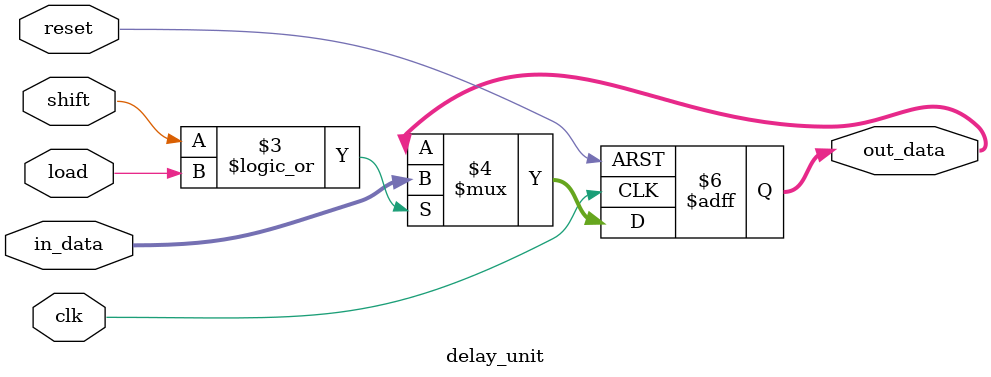
<source format=v>
module delay_unit #(parameter DATA_WIDTH=32 )
(
input clk,
input reset, load , shift ,
input  [DATA_WIDTH-1:0] in_data,
output reg  [DATA_WIDTH-1:0] out_data
);
always @ (posedge clk, negedge reset )begin
  if(reset!=1'b1) begin
    out_data<='b0;
  end
  else if(shift||load) begin
    out_data<= in_data;
  end
end
endmodule
</source>
